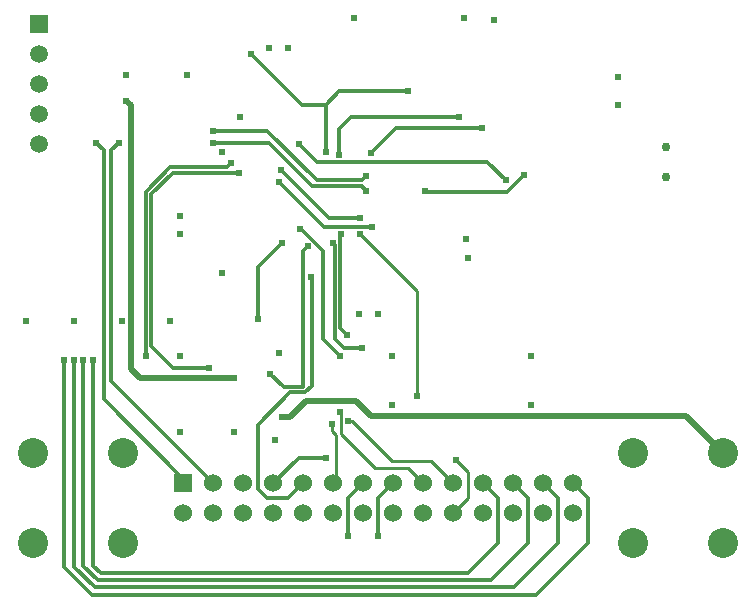
<source format=gbl>
%FSLAX25Y25*%
%MOIN*%
G70*
G01*
G75*
G04 Layer_Physical_Order=4*
G04 Layer_Color=16711680*
%ADD10R,0.05200X0.04250*%
%ADD11R,0.04250X0.05200*%
%ADD12R,0.03150X0.02362*%
%ADD13R,0.03400X0.03100*%
%ADD14R,0.03100X0.03400*%
%ADD15R,0.03200X0.05000*%
%ADD16R,0.04724X0.01181*%
%ADD17R,0.01181X0.04724*%
%ADD18R,0.01772X0.05709*%
%ADD19O,0.01772X0.05709*%
%ADD20R,0.14000X0.08900*%
%ADD21R,0.04700X0.08600*%
%ADD22R,0.04000X0.05500*%
%ADD23R,0.01600X0.03500*%
%ADD24R,0.02992X0.09449*%
%ADD25O,0.02992X0.09449*%
%ADD26C,0.01200*%
%ADD27C,0.02000*%
%ADD28C,0.03000*%
%ADD29C,0.01000*%
%ADD30C,0.03500*%
%ADD31R,0.06000X0.06000*%
%ADD32C,0.06000*%
%ADD33C,0.10000*%
%ADD34R,0.05906X0.05906*%
%ADD35C,0.05906*%
%ADD36C,0.02400*%
%ADD37C,0.03000*%
%ADD38C,0.04000*%
%ADD39C,0.08000*%
G04:AMPARAMS|DCode=40|XSize=120mil|YSize=120mil|CornerRadius=0mil|HoleSize=0mil|Usage=FLASHONLY|Rotation=0.000|XOffset=0mil|YOffset=0mil|HoleType=Round|Shape=Relief|Width=20mil|Gap=10mil|Entries=4|*
%AMTHD40*
7,0,0,0.12000,0.10000,0.02000,45*
%
%ADD40THD40*%
G04:AMPARAMS|DCode=41|XSize=95.433mil|YSize=95.433mil|CornerRadius=0mil|HoleSize=0mil|Usage=FLASHONLY|Rotation=0.000|XOffset=0mil|YOffset=0mil|HoleType=Round|Shape=Relief|Width=20mil|Gap=10mil|Entries=4|*
%AMTHD41*
7,0,0,0.09543,0.07543,0.02000,45*
%
%ADD41THD41*%
%ADD42C,0.07543*%
G04:AMPARAMS|DCode=43|XSize=72mil|YSize=72mil|CornerRadius=0mil|HoleSize=0mil|Usage=FLASHONLY|Rotation=0.000|XOffset=0mil|YOffset=0mil|HoleType=Round|Shape=Relief|Width=20mil|Gap=10mil|Entries=4|*
%AMTHD43*
7,0,0,0.07200,0.05200,0.02000,45*
%
%ADD43THD43*%
%ADD44C,0.05200*%
G04:AMPARAMS|DCode=45|XSize=80mil|YSize=80mil|CornerRadius=0mil|HoleSize=0mil|Usage=FLASHONLY|Rotation=0.000|XOffset=0mil|YOffset=0mil|HoleType=Round|Shape=Relief|Width=20mil|Gap=10mil|Entries=4|*
%AMTHD45*
7,0,0,0.08000,0.06000,0.02000,45*
%
%ADD45THD45*%
D26*
X102647Y108604D02*
X103000Y108251D01*
Y72454D02*
Y108251D01*
X100746Y70200D02*
X103000Y72454D01*
X95700Y70200D02*
X100746D01*
X85000Y59500D02*
X95700Y70200D01*
X85000Y38000D02*
Y59500D01*
Y38000D02*
X88000Y35000D01*
X95000D01*
X100000Y40000D01*
X100000Y117458D02*
X101542Y119000D01*
X100000Y72000D02*
Y117458D01*
X93500Y72000D02*
X100000D01*
X89000Y76500D02*
X93500Y72000D01*
X99142Y124642D02*
X99358D01*
X106500Y117500D01*
X161445Y147000D02*
X167500Y140945D01*
X140500Y137500D02*
X141000Y137000D01*
X168000D01*
X173732Y142732D01*
X125000Y35000D02*
X130000Y40000D01*
X125000Y22500D02*
Y35000D01*
X115000D02*
X120000Y40000D01*
X115000Y22500D02*
Y35000D01*
X36000Y74000D02*
X70000Y40000D01*
X33600Y67900D02*
X60000Y41500D01*
Y40000D02*
Y41500D01*
X98500Y48500D02*
X107500D01*
X90000Y40000D02*
X98500Y48500D01*
X20400Y11918D02*
Y81000D01*
X23600Y12112D02*
Y81000D01*
X26800Y12306D02*
X31506Y7600D01*
X30000Y12500D02*
X32500Y10000D01*
X30000Y12500D02*
Y81000D01*
X26800Y12306D02*
Y81000D01*
X160000Y40000D02*
X165000Y35000D01*
Y20000D02*
Y35000D01*
X170000Y40000D02*
X175000Y35000D01*
Y20000D02*
Y35000D01*
X190000Y40000D02*
X195000Y35000D01*
Y20000D02*
Y35000D01*
X180000Y40000D02*
X185000Y35000D01*
Y20000D02*
Y35000D01*
X20400Y11918D02*
X29518Y2800D01*
X23600Y12112D02*
X30512Y5200D01*
X170200D01*
X31506Y7600D02*
X162600D01*
X29518Y2800D02*
X177800D01*
X195000Y20000D01*
X170200Y5200D02*
X185000Y20000D01*
X162600Y7600D02*
X175000Y20000D01*
X32500Y10000D02*
X155000D01*
X165000Y20000D01*
X85000Y112000D02*
X93000Y120000D01*
X85000Y94625D02*
Y112000D01*
X49300Y85700D02*
Y136300D01*
X56500Y143500D01*
X47500Y82500D02*
Y137046D01*
X55754Y145300D01*
X74500D01*
X49300Y85700D02*
X56500Y78500D01*
X68500D01*
X56500Y143500D02*
X56500Y143500D01*
X78500D01*
X74500Y145300D02*
X76000Y146800D01*
X33600Y67900D02*
Y151000D01*
X31100Y153500D02*
X33600Y151000D01*
X36000Y74000D02*
Y151000D01*
X38500Y153500D01*
X119500Y141000D02*
X121000Y142500D01*
X119500Y139000D02*
X121000Y137500D01*
X122500Y150000D02*
X131000Y158500D01*
X112400Y91600D02*
Y122900D01*
X112500Y123000D01*
X110000Y120000D02*
X110600Y119400D01*
Y87900D02*
Y119400D01*
X112400Y91600D02*
X114500Y89500D01*
X110600Y87900D02*
X113500Y85000D01*
X119500D01*
X106500Y88028D02*
Y117500D01*
Y88028D02*
X112264Y82264D01*
X98500Y153000D02*
X104500Y147000D01*
X161445D01*
X107500Y150500D02*
Y166000D01*
X112000Y149500D02*
Y158000D01*
X82500Y183000D02*
X99500Y166000D01*
X107500D01*
X70000Y157500D02*
X88000D01*
X104500Y141000D01*
X119500D01*
X70000Y153500D02*
X88500D01*
X103000Y139000D01*
X119500D01*
X92000Y140500D02*
X107000Y125500D01*
X123000D01*
X92500Y144500D02*
X108500Y128500D01*
X119000D01*
X131000Y158500D02*
X159500D01*
X112000Y158000D02*
X116000Y162000D01*
X152000D01*
X112146Y170646D02*
X134854D01*
X107500Y166000D02*
X112146Y170646D01*
D27*
X122500Y62500D02*
X136500D01*
X117500Y67500D02*
X122500Y62500D01*
X95500Y62000D02*
X101000Y67500D01*
X93000Y62000D02*
X95500D01*
X136500Y62500D02*
X186000D01*
X42500Y78000D02*
Y166000D01*
X41000Y167500D02*
X42500Y166000D01*
X186000Y62500D02*
X227500D01*
X240000Y50000D01*
X42500Y78000D02*
X45500Y75000D01*
X77000D01*
X101000Y67500D02*
X117500D01*
D29*
X115000Y60623D02*
X116377D01*
X129500Y47500D01*
X135000Y45000D02*
X140000Y40000D01*
X124000Y45000D02*
X135000D01*
X112600Y56400D02*
X124000Y45000D01*
X112600Y56400D02*
Y63400D01*
X112264Y63736D02*
X112600Y63400D01*
X142500Y47500D02*
X150000Y40000D01*
X129500Y47500D02*
X142500D01*
X111000Y41000D02*
Y56000D01*
X109705Y57295D02*
X111000Y56000D01*
X109705Y57295D02*
Y59795D01*
X138000Y69000D02*
Y104000D01*
X119000Y123000D02*
X138000Y104000D01*
X151087Y47587D02*
X155000Y43673D01*
Y35000D02*
Y43673D01*
X150000Y30000D02*
X155000Y35000D01*
D31*
X60000Y40000D02*
D03*
D32*
X70000Y30000D02*
D03*
X80000D02*
D03*
X90000D02*
D03*
X100000D02*
D03*
X110000D02*
D03*
X120000D02*
D03*
X130000D02*
D03*
X140000D02*
D03*
X150000D02*
D03*
X160000D02*
D03*
X170000D02*
D03*
X180000D02*
D03*
X190000D02*
D03*
X60000D02*
D03*
X70000Y40000D02*
D03*
X80000D02*
D03*
X90000D02*
D03*
X100000D02*
D03*
X110000D02*
D03*
X120000D02*
D03*
X130000D02*
D03*
X140000D02*
D03*
X150000D02*
D03*
X190000D02*
D03*
X170000D02*
D03*
X160000D02*
D03*
X180000D02*
D03*
D33*
X240000Y50000D02*
D03*
Y20000D02*
D03*
X210000Y50000D02*
D03*
Y20000D02*
D03*
X40000Y50000D02*
D03*
Y20000D02*
D03*
X10000Y50000D02*
D03*
Y20000D02*
D03*
D34*
X12000Y193000D02*
D03*
D35*
Y183000D02*
D03*
Y173000D02*
D03*
Y163000D02*
D03*
Y153000D02*
D03*
D36*
X153500Y195000D02*
D03*
X163500Y194500D02*
D03*
X102647Y108604D02*
D03*
X101542Y119000D02*
D03*
X89000Y76500D02*
D03*
X99142Y124642D02*
D03*
X110000Y120000D02*
D03*
X140500Y137500D02*
D03*
X173732Y142732D02*
D03*
X125000Y22500D02*
D03*
X115000D02*
D03*
X167500Y140945D02*
D03*
X38500Y153500D02*
D03*
X31100D02*
D03*
X115000Y60623D02*
D03*
X30000Y81000D02*
D03*
X26800D02*
D03*
X20400D02*
D03*
X23600D02*
D03*
X92000Y83500D02*
D03*
X73000Y110000D02*
D03*
X93000Y120000D02*
D03*
X85000Y94625D02*
D03*
X7500Y94000D02*
D03*
X23500D02*
D03*
X39500D02*
D03*
X55500D02*
D03*
X93000Y62000D02*
D03*
X186000Y62500D02*
D03*
X136500D02*
D03*
X129500Y66000D02*
D03*
X77000Y57000D02*
D03*
X59000D02*
D03*
X94875Y185000D02*
D03*
X151087Y47587D02*
D03*
X107500Y48500D02*
D03*
X109705Y59795D02*
D03*
X112264Y63736D02*
D03*
X90772Y54272D02*
D03*
X176000Y66000D02*
D03*
X59000Y129000D02*
D03*
Y123000D02*
D03*
X47500Y82500D02*
D03*
X68500Y78500D02*
D03*
X78500Y143500D02*
D03*
X76000Y146800D02*
D03*
X41000Y167500D02*
D03*
X98500Y153000D02*
D03*
X88500Y185000D02*
D03*
X41150Y176150D02*
D03*
X61350D02*
D03*
X70000Y153500D02*
D03*
Y157500D02*
D03*
X121000Y142500D02*
D03*
X121000Y137500D02*
D03*
X125000Y96500D02*
D03*
X129500Y82500D02*
D03*
X176000D02*
D03*
X138000Y69000D02*
D03*
X119000Y123000D02*
D03*
X122500Y150000D02*
D03*
X77000Y75000D02*
D03*
X73000Y150500D02*
D03*
X118500Y96500D02*
D03*
X112500Y123000D02*
D03*
X119500Y85000D02*
D03*
X114500Y89500D02*
D03*
X112264Y82264D02*
D03*
X205000Y166000D02*
D03*
Y175500D02*
D03*
X107500Y150500D02*
D03*
X112000Y149500D02*
D03*
X117000Y195000D02*
D03*
X79000Y162000D02*
D03*
X82500Y183000D02*
D03*
X59000Y82500D02*
D03*
X155000Y115000D02*
D03*
X154250Y121250D02*
D03*
X92000Y140500D02*
D03*
X123000Y125500D02*
D03*
X92500Y144500D02*
D03*
X119000Y128500D02*
D03*
X159500Y158500D02*
D03*
X152000Y162000D02*
D03*
X134854Y170646D02*
D03*
D37*
X221000Y142000D02*
D03*
Y152000D02*
D03*
M02*

</source>
